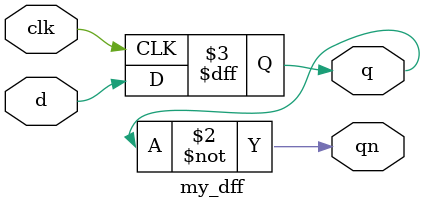
<source format=v>
module top_module (
    input clk,
    input x,
    output z
); 
    
    wire xor_l, and_l, or_l;
	wire Q1, Q2, Q3;
	wire Qn1, Qn2, Qn3;
	assign xor_l = x ^ Q1;
	assign and_l = x & Qn2;
	assign or_l  = x | Qn3;
	
	my_dff my_dff1 (.clk(clk), .d(xor_l), .q(Q1), .qn(Qn1));
	my_dff my_dff2 (.clk(clk), .d(and_l), .q(Q2), .qn(Qn2));
	my_dff my_dff3 (.clk(clk), .d(or_l),  .q(Q3), .qn(Qn3));
	
	assign z = ~(Q1 | Q2 | Q3);

endmodule

module my_dff(
	input clk,
	input d,
	output reg q,
	output qn
);

	always @(posedge clk) begin
		q <= d;
	end
    assign qn = ~q;

endmodule
</source>
